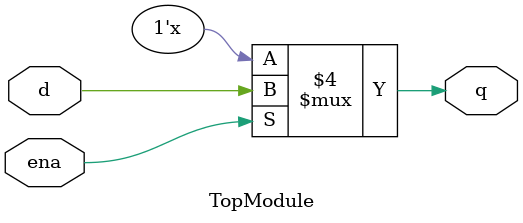
<source format=sv>
module TopModule (
    input logic d,        // Input data signal (1-bit, unsigned)
    input logic ena,      // Enable signal (1-bit, unsigned)
    output logic q        // Output latch signal (1-bit, unsigned)
);

initial begin
    q = 1'b0; // Initialize output `q` to 0
end

always @(*) begin
    if (ena) begin
        q = d; // When `ena` is high, latch the value of `d`
    end
    // If `ena` is low, `q` retains its previous value (latch behavior)
end

endmodule
</source>
